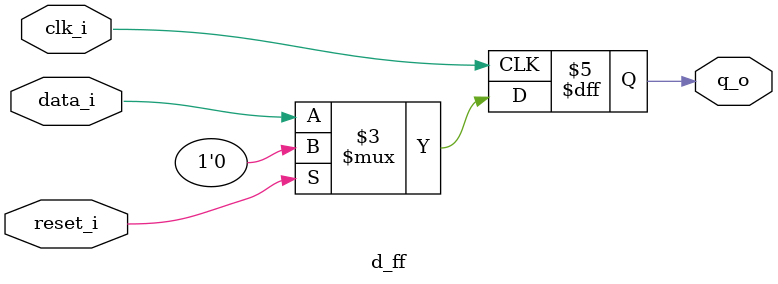
<source format=sv>







module d_ff (
    input clk_i,
    input reset_i,
    input data_i,
    output reg q_o
);

  always @(posedge clk_i) begin
    if (reset_i) begin
      q_o <= 0;
    end  
    else begin
      q_o <= data_i;
    end
  end


endmodule


</source>
